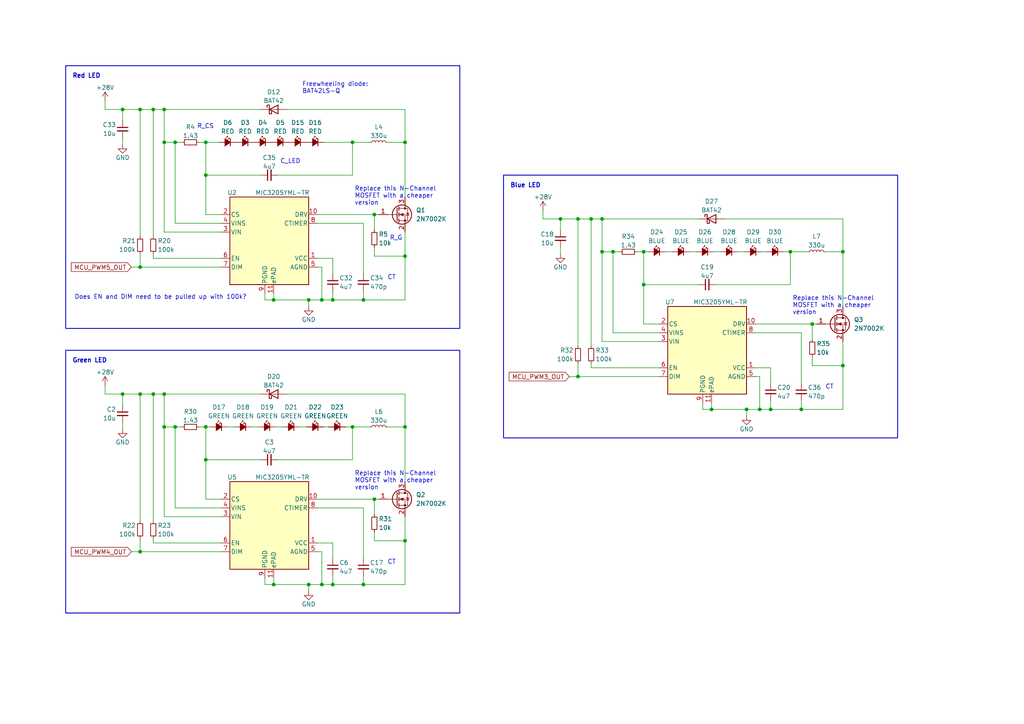
<source format=kicad_sch>
(kicad_sch (version 20230121) (generator eeschema)
  (paper "A4")
  (lib_symbols
    (symbol "Device:C_Small" (pin_numbers hide) (pin_names (offset 0.254) hide)
      (property "Reference" "C" (at 0.254 1.778 0))
      (property "Value" "C_Small" (at 0.254 -2.032 0))
      (symbol "C_Small_0_1"
        (polyline (pts (xy -1.524 -0.508) (xy 1.524 -0.508)) (stroke (width 0.3302)))
        (polyline (pts (xy -1.524 0.508) (xy 1.524 0.508)) (stroke (width 0.3048)))
      )
      (symbol "C_Small_1_1"
        (pin passive line (at 0 2.54 270) (length 2.032) (name "~") (number "1"))
        (pin passive line (at 0 -2.54 90) (length 2.032) (name "~") (number "2"))
      )
    )
    (symbol "Device:LED_Small_Filled" (pin_numbers hide) (pin_names (offset 0.254) hide)
      (property "Reference" "D" (at -1.27 3.175 0))
      (property "Value" "LED_Small_Filled" (at -4.445 -2.54 0))
      (symbol "LED_Small_Filled_0_1"
        (polyline (pts (xy -0.762 -1.016) (xy -0.762 1.016)) (stroke (width 0.254)))
        (polyline (pts (xy 1.016 0) (xy -0.762 0)))
        (polyline (pts (xy 0.762 -1.016) (xy -0.762 0) (xy 0.762 1.016) (xy 0.762 -1.016)) (stroke (width 0.254)) (fill (type outline)))
        (polyline (pts (xy 0 0.762) (xy -0.508 1.27) (xy -0.254 1.27) (xy -0.508 1.27) (xy -0.508 1.016)))
        (polyline (pts (xy 0.508 1.27) (xy 0 1.778) (xy 0.254 1.778) (xy 0 1.778) (xy 0 1.524)))
      )
      (symbol "LED_Small_Filled_1_1"
        (pin passive line (at -2.54 0 0) (length 1.778) (name "K") (number "1"))
        (pin passive line (at 2.54 0 180) (length 1.778) (name "A") (number "2"))
      )
    )
    (symbol "Device:L_Small" (pin_numbers hide) (pin_names (offset 0.254) hide)
      (property "Reference" "L" (at 0.762 1.016 0))
      (property "Value" "L_Small" (at 0.762 -1.016 0))
      (symbol "L_Small_0_1"
        (arc (start 0 -2.032) (mid 0.5058 -1.524) (end 0 -1.016))
        (arc (start 0 -1.016) (mid 0.5058 -0.508) (end 0 0))
        (arc (start 0 0) (mid 0.5058 0.508) (end 0 1.016))
        (arc (start 0 1.016) (mid 0.5058 1.524) (end 0 2.032))
      )
      (symbol "L_Small_1_1"
        (pin passive line (at 0 2.54 270) (length 0.508) (name "~") (number "1"))
        (pin passive line (at 0 -2.54 90) (length 0.508) (name "~") (number "2"))
      )
    )
    (symbol "Device:R_Small" (pin_numbers hide) (pin_names (offset 0.254) hide)
      (property "Reference" "R" (at 0.762 0.508 0))
      (property "Value" "R_Small" (at 0.762 -1.016 0))
      (symbol "R_Small_0_1"
        (rectangle (start -0.762 1.778) (end 0.762 -1.778) (stroke (width 0.2032)))
      )
      (symbol "R_Small_1_1"
        (pin passive line (at 0 2.54 270) (length 0.762) (name "~") (number "1"))
        (pin passive line (at 0 -2.54 90) (length 0.762) (name "~") (number "2"))
      )
    )
    (symbol "Diode:BAT42" (pin_numbers hide) (pin_names (offset 1.016) hide)
      (property "Reference" "D" (at 0 2.54 0))
      (property "Value" "BAT42" (at 0 -2.54 0))
      (symbol "BAT42_0_1"
        (polyline (pts (xy 1.27 0) (xy -1.27 0)))
        (polyline (pts (xy 1.27 1.27) (xy 1.27 -1.27) (xy -1.27 0) (xy 1.27 1.27)) (stroke (width 0.254)))
        (polyline (pts (xy -1.905 0.635) (xy -1.905 1.27) (xy -1.27 1.27) (xy -1.27 -1.27) (xy -0.635 -1.27) (xy -0.635 -0.635)) (stroke (width 0.254)))
      )
      (symbol "BAT42_1_1"
        (pin passive line (at -3.81 0 0) (length 2.54) (name "K") (number "1"))
        (pin passive line (at 3.81 0 180) (length 2.54) (name "A") (number "2"))
      )
    )
    (symbol "MIC3205YML-TR_1" (pin_names (offset 0.254))
      (property "Reference" "U" (at 0 16.51 0))
      (property "Value" "MIC3205YML-TR" (at 0 13.97 0))
      (symbol "MIC3205YML-TR_1_1_1"
        (rectangle (start -11.43 12.7) (end 11.43 -12.7) (stroke (width 0.254)) (fill (type background)))
        (pin power_in line (at 13.97 -5.08 180) (length 2.54) (name "VCC") (number "1"))
        (pin output line (at 13.97 7.62 180) (length 2.54) (name "DRV") (number "10"))
        (pin unspecified line (at 1.27 -15.24 90) (length 2.54) (name "ePAD") (number "11"))
        (pin input line (at -13.97 7.62 0) (length 2.54) (name "CS") (number "2"))
        (pin input line (at -13.97 2.54 0) (length 2.54) (name "VIN") (number "3"))
        (pin input line (at -13.97 5.08 0) (length 2.54) (name "VINS") (number "4"))
        (pin power_in line (at 13.97 -7.62 180) (length 2.54) (name "AGND") (number "5"))
        (pin input line (at -13.97 -5.08 0) (length 2.54) (name "EN") (number "6"))
        (pin input line (at -13.97 -7.62 0) (length 2.54) (name "DIM") (number "7"))
        (pin unspecified line (at 13.97 5.08 180) (length 2.54) (name "CTIMER") (number "8"))
        (pin power_in line (at -1.27 -15.24 90) (length 2.54) (name "PGND") (number "9"))
      )
    )
    (symbol "Transistor_FET:2N7002K" (pin_names hide)
      (property "Reference" "Q" (at 5.08 1.905 0))
      (property "Value" "2N7002K" (at 5.08 0 0))
      (symbol "2N7002K_0_1"
        (polyline (pts (xy 0.254 0) (xy -2.54 0)))
        (polyline (pts (xy 0.254 1.905) (xy 0.254 -1.905)) (stroke (width 0.254)))
        (polyline (pts (xy 0.762 -1.27) (xy 0.762 -2.286)) (stroke (width 0.254)))
        (polyline (pts (xy 0.762 0.508) (xy 0.762 -0.508)) (stroke (width 0.254)))
        (polyline (pts (xy 0.762 2.286) (xy 0.762 1.27)) (stroke (width 0.254)))
        (polyline (pts (xy 2.54 2.54) (xy 2.54 1.778)))
        (polyline (pts (xy 2.54 -2.54) (xy 2.54 0) (xy 0.762 0)))
        (polyline (pts (xy 0.762 -1.778) (xy 3.302 -1.778) (xy 3.302 1.778) (xy 0.762 1.778)))
        (polyline (pts (xy 1.016 0) (xy 2.032 0.381) (xy 2.032 -0.381) (xy 1.016 0)) (fill (type outline)))
        (polyline (pts (xy 2.794 0.508) (xy 2.921 0.381) (xy 3.683 0.381) (xy 3.81 0.254)))
        (polyline (pts (xy 3.302 0.381) (xy 2.921 -0.254) (xy 3.683 -0.254) (xy 3.302 0.381)))
        (circle (center 1.651 0) (radius 2.794) (stroke (width 0.254)))
        (circle (center 2.54 -1.778) (radius 0.254) (fill (type outline)))
        (circle (center 2.54 1.778) (radius 0.254) (fill (type outline)))
      )
      (symbol "2N7002K_1_1"
        (pin input line (at -5.08 0 0) (length 2.54) (name "G") (number "1"))
        (pin passive line (at 2.54 -5.08 90) (length 2.54) (name "S") (number "2"))
        (pin passive line (at 2.54 5.08 270) (length 2.54) (name "D") (number "3"))
      )
    )
    (symbol "power:+28V" (power) (pin_names (offset 0))
      (property "Value" "+28V" (at 0 3.81 0))
      (symbol "+28V_0_1"
        (polyline (pts (xy -0.762 1.27) (xy 0 2.54)))
        (polyline (pts (xy 0 0) (xy 0 2.54)))
        (polyline (pts (xy 0 2.54) (xy 0.762 1.27)))
      )
      (symbol "+28V_1_1"
        (pin power_in line (at 0 0 90) (length 0) hide (name "+28V") (number "1"))
      )
    )
    (symbol "power:GND" (power) (pin_names (offset 0))
      (property "Value" "GND" (at 0 -3.81 0))
      (symbol "GND_0_1"
        (polyline (pts (xy 0 0) (xy 0 -1.27) (xy 1.27 -1.27) (xy 0 -2.54) (xy -1.27 -1.27) (xy 0 -1.27)))
      )
      (symbol "GND_1_1"
        (pin power_in line (at 0 0 270) (length 0) hide (name "GND") (number "1"))
      )
    )
  )
  (junction (at 59.69 133.35))
  (junction (at 117.475 74.295))
  (junction (at 47.625 31.75))
  (junction (at 40.64 77.47))
  (junction (at 177.8 73.025))
  (junction (at 35.56 114.3))
  (junction (at 105.41 169.545))
  (junction (at 59.69 123.825))
  (junction (at 102.235 41.275))
  (junction (at 117.475 41.275))
  (junction (at 229.235 73.025))
  (junction (at 89.535 169.545))
  (junction (at 96.52 86.995))
  (junction (at 40.64 114.3))
  (junction (at 216.535 118.745))
  (junction (at 167.64 109.22))
  (junction (at 35.56 31.75))
  (junction (at 96.52 169.545))
  (junction (at 117.475 123.825))
  (junction (at 206.375 118.745))
  (junction (at 44.45 31.75))
  (junction (at 47.625 41.275))
  (junction (at 50.8 41.275))
  (junction (at 47.625 114.3))
  (junction (at 108.585 62.23))
  (junction (at 220.345 118.745))
  (junction (at 59.69 41.275))
  (junction (at 117.475 156.845))
  (junction (at 105.41 86.995))
  (junction (at 171.45 63.5))
  (junction (at 167.64 63.5))
  (junction (at 50.8 123.825))
  (junction (at 40.64 31.75))
  (junction (at 162.56 63.5))
  (junction (at 223.52 118.745))
  (junction (at 232.41 118.745))
  (junction (at 44.45 114.3))
  (junction (at 79.375 86.995))
  (junction (at 186.69 73.025))
  (junction (at 102.235 123.825))
  (junction (at 47.625 123.825))
  (junction (at 59.69 50.8))
  (junction (at 174.625 73.025))
  (junction (at 79.375 169.545))
  (junction (at 40.64 160.02))
  (junction (at 108.585 144.78))
  (junction (at 235.585 93.98))
  (junction (at 89.535 86.995))
  (junction (at 174.625 63.5))
  (junction (at 186.69 82.55))
  (junction (at 93.345 86.995))
  (junction (at 93.345 169.545))
  (junction (at 244.475 73.025))
  (junction (at 244.475 106.045))
  (wire (pts (xy 50.8 147.32) (xy 64.135 147.32)))
  (wire (pts (xy 92.075 144.78) (xy 108.585 144.78)))
  (wire (pts (xy 50.8 41.275) (xy 50.8 64.77)))
  (wire (pts (xy 38.1 77.47) (xy 40.64 77.47)))
  (wire (pts (xy 44.45 74.93) (xy 64.135 74.93)))
  (wire (pts (xy 117.475 67.31) (xy 117.475 74.295)))
  (wire (pts (xy 59.69 41.275) (xy 59.69 50.8)))
  (wire (pts (xy 93.345 77.47) (xy 93.345 86.995)))
  (wire (pts (xy 162.56 63.5) (xy 162.56 66.675)))
  (wire (pts (xy 44.45 74.93) (xy 44.45 73.66)))
  (wire (pts (xy 96.52 84.455) (xy 96.52 86.995)))
  (wire (pts (xy 79.375 169.545) (xy 89.535 169.545)))
  (wire (pts (xy 35.56 40.005) (xy 35.56 41.91)))
  (wire (pts (xy 244.475 106.045) (xy 244.475 118.745)))
  (wire (pts (xy 220.98 73.025) (xy 222.25 73.025)))
  (wire (pts (xy 93.345 160.02) (xy 93.345 169.545)))
  (wire (pts (xy 174.625 63.5) (xy 202.565 63.5)))
  (wire (pts (xy 47.625 114.3) (xy 47.625 123.825)))
  (wire (pts (xy 92.075 64.77) (xy 105.41 64.77)))
  (wire (pts (xy 76.835 85.09) (xy 76.835 86.995)))
  (wire (pts (xy 40.64 31.75) (xy 40.64 68.58)))
  (wire (pts (xy 220.345 118.745) (xy 223.52 118.745)))
  (wire (pts (xy 30.48 114.3) (xy 35.56 114.3)))
  (wire (pts (xy 59.69 41.275) (xy 63.5 41.275)))
  (wire (pts (xy 79.375 85.09) (xy 79.375 86.995)))
  (wire (pts (xy 165.1 109.22) (xy 167.64 109.22)))
  (wire (pts (xy 67.945 123.825) (xy 66.04 123.825)))
  (wire (pts (xy 44.45 157.48) (xy 44.45 156.21)))
  (wire (pts (xy 108.585 66.675) (xy 108.585 62.23)))
  (wire (pts (xy 177.8 96.52) (xy 191.135 96.52)))
  (wire (pts (xy 92.075 62.23) (xy 108.585 62.23)))
  (wire (pts (xy 167.64 63.5) (xy 167.64 100.33)))
  (wire (pts (xy 47.625 41.275) (xy 47.625 67.31)))
  (wire (pts (xy 177.8 73.025) (xy 179.705 73.025)))
  (wire (pts (xy 59.69 123.825) (xy 59.69 133.35)))
  (wire (pts (xy 59.69 123.825) (xy 60.96 123.825)))
  (wire (pts (xy 44.45 157.48) (xy 64.135 157.48)))
  (wire (pts (xy 235.585 106.045) (xy 244.475 106.045)))
  (wire (pts (xy 220.345 109.22) (xy 220.345 118.745)))
  (wire (pts (xy 108.585 156.845) (xy 117.475 156.845)))
  (wire (pts (xy 167.64 109.22) (xy 191.135 109.22)))
  (wire (pts (xy 229.235 82.55) (xy 229.235 73.025)))
  (wire (pts (xy 64.135 67.31) (xy 47.625 67.31)))
  (wire (pts (xy 83.185 114.3) (xy 117.475 114.3)))
  (wire (pts (xy 117.475 114.3) (xy 117.475 123.825)))
  (wire (pts (xy 76.835 86.995) (xy 79.375 86.995)))
  (wire (pts (xy 186.69 82.55) (xy 202.565 82.55)))
  (wire (pts (xy 105.41 169.545) (xy 105.41 167.005)))
  (wire (pts (xy 102.235 123.825) (xy 107.315 123.825)))
  (wire (pts (xy 93.98 41.275) (xy 102.235 41.275)))
  (wire (pts (xy 44.45 31.75) (xy 44.45 68.58)))
  (wire (pts (xy 108.585 74.295) (xy 117.475 74.295)))
  (wire (pts (xy 244.475 88.9) (xy 244.475 73.025)))
  (wire (pts (xy 219.075 106.68) (xy 223.52 106.68)))
  (wire (pts (xy 223.52 118.745) (xy 232.41 118.745)))
  (wire (pts (xy 171.45 63.5) (xy 171.45 100.33)))
  (wire (pts (xy 50.8 123.825) (xy 52.705 123.825)))
  (wire (pts (xy 112.395 123.825) (xy 117.475 123.825)))
  (wire (pts (xy 40.64 31.75) (xy 44.45 31.75)))
  (wire (pts (xy 216.535 118.745) (xy 220.345 118.745)))
  (wire (pts (xy 96.52 167.005) (xy 96.52 169.545)))
  (wire (pts (xy 219.075 93.98) (xy 235.585 93.98)))
  (wire (pts (xy 92.075 147.32) (xy 105.41 147.32)))
  (wire (pts (xy 50.8 64.77) (xy 64.135 64.77)))
  (wire (pts (xy 35.56 114.3) (xy 35.56 117.475)))
  (wire (pts (xy 57.785 123.825) (xy 59.69 123.825)))
  (wire (pts (xy 38.1 160.02) (xy 40.64 160.02)))
  (wire (pts (xy 117.475 57.15) (xy 117.475 41.275)))
  (wire (pts (xy 30.48 111.76) (xy 30.48 114.3)))
  (wire (pts (xy 194.945 73.025) (xy 193.04 73.025)))
  (wire (pts (xy 59.69 144.78) (xy 64.135 144.78)))
  (wire (pts (xy 40.64 114.3) (xy 40.64 151.13)))
  (wire (pts (xy 93.98 123.825) (xy 95.25 123.825)))
  (wire (pts (xy 157.48 63.5) (xy 162.56 63.5)))
  (wire (pts (xy 167.64 63.5) (xy 171.45 63.5)))
  (wire (pts (xy 47.625 31.75) (xy 75.565 31.75)))
  (wire (pts (xy 186.69 93.98) (xy 191.135 93.98)))
  (wire (pts (xy 50.8 41.275) (xy 52.705 41.275)))
  (wire (pts (xy 30.48 29.21) (xy 30.48 31.75)))
  (wire (pts (xy 96.52 79.375) (xy 96.52 74.93)))
  (wire (pts (xy 89.535 86.995) (xy 93.345 86.995)))
  (wire (pts (xy 232.41 118.745) (xy 232.41 116.205)))
  (wire (pts (xy 171.45 106.68) (xy 191.135 106.68)))
  (wire (pts (xy 117.475 139.7) (xy 117.475 123.825)))
  (wire (pts (xy 108.585 62.23) (xy 109.855 62.23)))
  (wire (pts (xy 44.45 114.3) (xy 44.45 151.13)))
  (wire (pts (xy 174.625 73.025) (xy 174.625 99.06)))
  (wire (pts (xy 47.625 114.3) (xy 75.565 114.3)))
  (wire (pts (xy 186.69 82.55) (xy 186.69 93.98)))
  (wire (pts (xy 219.075 109.22) (xy 220.345 109.22)))
  (wire (pts (xy 191.135 99.06) (xy 174.625 99.06)))
  (wire (pts (xy 40.64 114.3) (xy 44.45 114.3)))
  (wire (pts (xy 92.075 157.48) (xy 96.52 157.48)))
  (wire (pts (xy 174.625 73.025) (xy 177.8 73.025)))
  (wire (pts (xy 177.8 73.025) (xy 177.8 96.52)))
  (wire (pts (xy 167.64 105.41) (xy 167.64 109.22)))
  (wire (pts (xy 117.475 31.75) (xy 117.475 41.275)))
  (wire (pts (xy 206.375 118.745) (xy 216.535 118.745)))
  (wire (pts (xy 117.475 169.545) (xy 105.41 169.545)))
  (wire (pts (xy 229.235 73.025) (xy 234.315 73.025)))
  (wire (pts (xy 227.33 73.025) (xy 229.235 73.025)))
  (wire (pts (xy 219.075 96.52) (xy 232.41 96.52)))
  (wire (pts (xy 96.52 169.545) (xy 105.41 169.545)))
  (wire (pts (xy 244.475 99.06) (xy 244.475 106.045)))
  (wire (pts (xy 174.625 63.5) (xy 174.625 73.025)))
  (wire (pts (xy 184.785 73.025) (xy 186.69 73.025)))
  (wire (pts (xy 108.585 154.305) (xy 108.585 156.845)))
  (wire (pts (xy 210.185 63.5) (xy 244.475 63.5)))
  (wire (pts (xy 74.93 123.825) (xy 73.025 123.825)))
  (wire (pts (xy 206.375 116.84) (xy 206.375 118.745)))
  (wire (pts (xy 64.135 149.86) (xy 47.625 149.86)))
  (wire (pts (xy 171.45 106.68) (xy 171.45 105.41)))
  (wire (pts (xy 102.235 50.8) (xy 102.235 41.275)))
  (wire (pts (xy 89.535 86.995) (xy 89.535 88.9)))
  (wire (pts (xy 105.41 147.32) (xy 105.41 161.925)))
  (wire (pts (xy 102.235 133.35) (xy 102.235 123.825)))
  (wire (pts (xy 89.535 169.545) (xy 93.345 169.545)))
  (wire (pts (xy 216.535 118.745) (xy 216.535 120.65)))
  (wire (pts (xy 59.69 133.35) (xy 59.69 144.78)))
  (wire (pts (xy 244.475 63.5) (xy 244.475 73.025)))
  (wire (pts (xy 47.625 123.825) (xy 50.8 123.825)))
  (wire (pts (xy 76.835 169.545) (xy 79.375 169.545)))
  (wire (pts (xy 44.45 31.75) (xy 47.625 31.75)))
  (wire (pts (xy 83.185 31.75) (xy 117.475 31.75)))
  (wire (pts (xy 80.645 133.35) (xy 102.235 133.35)))
  (wire (pts (xy 76.835 167.64) (xy 76.835 169.545)))
  (wire (pts (xy 117.475 156.845) (xy 117.475 169.545)))
  (wire (pts (xy 235.585 98.425) (xy 235.585 93.98)))
  (wire (pts (xy 35.56 122.555) (xy 35.56 124.46)))
  (wire (pts (xy 47.625 31.75) (xy 47.625 41.275)))
  (wire (pts (xy 59.69 50.8) (xy 59.69 62.23)))
  (wire (pts (xy 186.69 73.025) (xy 187.96 73.025)))
  (wire (pts (xy 244.475 118.745) (xy 232.41 118.745)))
  (wire (pts (xy 92.075 77.47) (xy 93.345 77.47)))
  (wire (pts (xy 44.45 114.3) (xy 47.625 114.3)))
  (wire (pts (xy 40.64 73.66) (xy 40.64 77.47)))
  (wire (pts (xy 92.075 160.02) (xy 93.345 160.02)))
  (wire (pts (xy 108.585 71.755) (xy 108.585 74.295)))
  (wire (pts (xy 203.835 116.84) (xy 203.835 118.745)))
  (wire (pts (xy 35.56 31.75) (xy 40.64 31.75)))
  (wire (pts (xy 40.64 156.21) (xy 40.64 160.02)))
  (wire (pts (xy 93.345 169.545) (xy 96.52 169.545)))
  (wire (pts (xy 171.45 63.5) (xy 174.625 63.5)))
  (wire (pts (xy 89.535 169.545) (xy 89.535 171.45)))
  (wire (pts (xy 47.625 123.825) (xy 47.625 149.86)))
  (wire (pts (xy 108.585 149.225) (xy 108.585 144.78)))
  (wire (pts (xy 80.645 50.8) (xy 102.235 50.8)))
  (wire (pts (xy 59.69 62.23) (xy 64.135 62.23)))
  (wire (pts (xy 239.395 73.025) (xy 244.475 73.025)))
  (wire (pts (xy 50.8 123.825) (xy 50.8 147.32)))
  (wire (pts (xy 186.69 73.025) (xy 186.69 82.55)))
  (wire (pts (xy 88.9 123.825) (xy 86.995 123.825)))
  (wire (pts (xy 105.41 64.77) (xy 105.41 79.375)))
  (wire (pts (xy 232.41 96.52) (xy 232.41 111.125)))
  (wire (pts (xy 35.56 31.75) (xy 35.56 34.925)))
  (wire (pts (xy 108.585 144.78) (xy 109.855 144.78)))
  (wire (pts (xy 35.56 114.3) (xy 40.64 114.3)))
  (wire (pts (xy 215.9 73.025) (xy 213.995 73.025)))
  (wire (pts (xy 208.915 73.025) (xy 207.01 73.025)))
  (wire (pts (xy 203.835 118.745) (xy 206.375 118.745)))
  (wire (pts (xy 93.345 86.995) (xy 96.52 86.995)))
  (wire (pts (xy 117.475 74.295) (xy 117.475 86.995)))
  (wire (pts (xy 79.375 86.995) (xy 89.535 86.995)))
  (wire (pts (xy 81.915 123.825) (xy 80.01 123.825)))
  (wire (pts (xy 223.52 111.125) (xy 223.52 106.68)))
  (wire (pts (xy 235.585 103.505) (xy 235.585 106.045)))
  (wire (pts (xy 105.41 86.995) (xy 105.41 84.455)))
  (wire (pts (xy 157.48 60.96) (xy 157.48 63.5)))
  (wire (pts (xy 223.52 116.205) (xy 223.52 118.745)))
  (wire (pts (xy 40.64 77.47) (xy 64.135 77.47)))
  (wire (pts (xy 207.645 82.55) (xy 229.235 82.55)))
  (wire (pts (xy 47.625 41.275) (xy 50.8 41.275)))
  (wire (pts (xy 235.585 93.98) (xy 236.855 93.98)))
  (wire (pts (xy 102.235 41.275) (xy 107.315 41.275)))
  (wire (pts (xy 96.52 161.925) (xy 96.52 157.48)))
  (wire (pts (xy 117.475 149.86) (xy 117.475 156.845)))
  (wire (pts (xy 30.48 31.75) (xy 35.56 31.75)))
  (wire (pts (xy 162.56 63.5) (xy 167.64 63.5)))
  (wire (pts (xy 92.075 74.93) (xy 96.52 74.93)))
  (wire (pts (xy 162.56 71.755) (xy 162.56 73.66)))
  (wire (pts (xy 59.69 133.35) (xy 75.565 133.35)))
  (wire (pts (xy 79.375 167.64) (xy 79.375 169.545)))
  (wire (pts (xy 96.52 86.995) (xy 105.41 86.995)))
  (wire (pts (xy 100.33 123.825) (xy 102.235 123.825)))
  (wire (pts (xy 57.785 41.275) (xy 59.69 41.275)))
  (wire (pts (xy 112.395 41.275) (xy 117.475 41.275)))
  (wire (pts (xy 40.64 160.02) (xy 64.135 160.02)))
  (wire (pts (xy 117.475 86.995) (xy 105.41 86.995)))
  (wire (pts (xy 201.93 73.025) (xy 200.025 73.025)))
  (wire (pts (xy 59.69 50.8) (xy 75.565 50.8)))
  (rectangle (start 19.05 101.6) (end 133.35 177.8) (stroke (width 0.254)))
  (rectangle (start 19.05 19.05) (end 133.35 95.25) (stroke (width 0.254)))
  (rectangle (start 146.05 50.8) (end 260.35 127) (stroke (width 0.254)))
  (text "Replace this N-Channel\nMOSFET with a cheaper\nversion" (at 102.87 59.69 0) (effects (font (size 1.27 1.27)) (justify left bottom)))
  (text "Red LED" (at 20.955 22.86 0) (effects (font (size 1.27 1.27) (thickness 0.254) bold) (justify left bottom)))
  (text "CT" (at 112.395 81.28 0) (effects (font (size 1.27 1.27)) (justify left bottom)))
  (text "Freewheeling diode:\nBAT42LS-Q" (at 87.63 27.305 0) (effects (font (size 1.27 1.27)) (justify left bottom)))
  (text "Blue LED" (at 147.955 54.61 0) (effects (font (size 1.27 1.27) (thickness 0.254) bold) (justify left bottom)))
  (text "Replace this N-Channel\nMOSFET with a cheaper\nversion" (at 102.87 142.24 0) (effects (font (size 1.27 1.27)) (justify left bottom)))
  (text "Replace this N-Channel\nMOSFET with a cheaper\nversion" (at 229.87 91.44 0) (effects (font (size 1.27 1.27)) (justify left bottom)))
  (text "Does EN and DIM need to be pulled up with 100k?" (at 21.59 86.995 0) (effects (font (size 1.27 1.27)) (justify left bottom)))
  (text "Green LED" (at 20.955 105.41 0) (effects (font (size 1.27 1.27) (thickness 0.254) bold) (justify left bottom)))
  (text "R_G" (at 113.03 69.85 0) (effects (font (size 1.27 1.27)) (justify left bottom)))
  (text "R_CS" (at 57.15 37.465 0) (effects (font (size 1.27 1.27)) (justify left bottom)))
  (text "C_LED" (at 81.28 47.625 0) (effects (font (size 1.27 1.27)) (justify left bottom)))
  (text "CT" (at 112.395 163.83 0) (effects (font (size 1.27 1.27)) (justify left bottom)))
  (text "CT" (at 239.395 113.03 0) (effects (font (size 1.27 1.27)) (justify left bottom)))
  (global_label "MCU_PWM3_OUT" (shape input) (at 165.1 109.22 180) (property "Intersheetrefs" "${INTERSHEET_REFS}" (effects hide)))
  (global_label "MCU_PWM4_OUT" (shape input) (at 38.1 160.02 180) (property "Intersheetrefs" "${INTERSHEET_REFS}" (effects hide)))
  (global_label "MCU_PWM5_OUT" (shape input) (at 38.1 77.47 180) (property "Intersheetrefs" "${INTERSHEET_REFS}" (effects hide)))
  (symbol (lib_id "Device:R_Small") (at 40.64 71.12 0) (unit 1)
    (property "Reference" "R21" (at 39.37 69.85 0) (effects (justify right)))
    (property "Value" "100k" (at 39.37 72.39 0) (effects (justify right)))
    (instances (project "LED-driver-kicad" (path "" (reference "R21") (unit 1)) (path "" (reference "R36") (unit 1))))
  )
  (symbol (lib_id "Device:R_Small") (at 44.45 153.67 0) (mirror y) (unit 1)
    (property "Reference" "R23" (at 45.72 152.4 0) (effects (justify right)))
    (property "Value" "100k" (at 45.72 154.94 0) (effects (justify right)))
    (instances (project "LED-driver-kicad" (path "" (reference "R23") (unit 1)) (path "" (reference "R39") (unit 1))))
  )
  (symbol (lib_id "Device:R_Small") (at 108.585 69.215 0) (unit 1)
    (property "Reference" "R5" (at 109.855 67.945 0) (effects (justify left)))
    (property "Value" "10k" (at 109.855 70.485 0) (effects (justify left)))
    (instances (project "LED-driver-kicad" (path "" (reference "R5") (unit 1)) (path "" (reference "R42") (unit 1))))
  )
  (symbol (lib_id "Device:C_Small") (at 96.52 81.915 0) (unit 1)
    (property "Reference" "C32" (at 98.425 80.645 0) (effects (justify left)))
    (property "Value" "4u7" (at 98.425 83.185 0) (effects (justify left)))
    (instances (project "LED-driver-kicad" (path "" (reference "C32") (unit 1)) (path "" (reference "C41") (unit 1))))
  )
  (symbol (lib_id "Device:C_Small") (at 105.41 81.915 0) (unit 1)
    (property "Reference" "C34" (at 107.315 80.645 0) (effects (justify left)))
    (property "Value" "470p" (at 107.315 83.185 0) (effects (justify left)))
    (instances (project "LED-driver-kicad" (path "" (reference "C34") (unit 1)) (path "" (reference "C43") (unit 1))))
  )
  (symbol (lib_id "Device:R_Small") (at 55.245 41.275 90) (unit 1)
    (property "Reference" "R4" (at 55.245 36.83 90))
    (property "Value" "1.43" (at 55.245 39.37 90))
    (instances (project "LED-driver-kicad" (path "" (reference "R4") (unit 1)) (path "" (reference "R40") (unit 1))))
  )
  (symbol (lib_id "Device:C_Small") (at 35.56 120.015 0) (mirror y) (unit 1)
    (property "Reference" "C2" (at 33.655 118.745 0) (effects (justify left)))
    (property "Value" "10u" (at 33.655 121.285 0) (effects (justify left)))
    (instances (project "LED-driver-kicad" (path "" (reference "C2") (unit 1)) (path "" (reference "C38") (unit 1))))
  )
  (symbol (lib_name "MIC3205YML-TR_1") (lib_id "Driver_LED_Microchip_MIC3205YML-TR:MIC3205YML-TR") (at 205.105 101.6 0) (unit 1)
    (property "Reference" "U7" (at 194.31 87.63 0))
    (property "Value" "MIC3205YML-TR" (at 208.915 87.63 0))
    (property "Footprint" "Mahabeer-Package_DFN_QFN:MLF-10_ML_MCH-Driver_LED_Microchip_MIC3205YML-TR" (effects hide))
    (property "Datasheet" "https://ww1.microchip.com/downloads/en/DeviceDoc/MIC3205.pdf" (effects hide))
    (instances (project "LED-driver-kicad" (path "" (reference "U7") (unit 1)) (path "" (reference "U12") (unit 1))))
  )
  (symbol (lib_id "Transistor_FET:2N7002K") (at 241.935 93.98 0) (unit 1)
    (property "Reference" "Q3" (at 247.65 92.71 0) (effects (justify left)))
    (property "Value" "2N7002K" (at 247.65 95.25 0) (effects (justify left)))
    (property "Footprint" "Package_TO_SOT_SMD:SOT-23" (effects hide))
    (property "Datasheet" "https://www.diodes.com/assets/Datasheets/ds30896.pdf" (effects hide))
    (instances (project "LED-driver-kicad" (path "" (reference "Q3") (unit 1)) (path "" (reference "Q6") (unit 1))))
  )
  (symbol (lib_id "Device:LED_Small_Filled") (at 211.455 73.025 0) (mirror y) (unit 1)
    (property "Reference" "D28" (at 211.455 67.31 0))
    (property "Value" "BLUE" (at 211.455 69.85 0))
    (instances (project "LED-driver-kicad" (path "" (reference "D28") (unit 1)) (path "" (reference "D49") (unit 1))))
  )
  (symbol (lib_id "Device:L_Small") (at 109.855 41.275 90) (unit 1)
    (property "Reference" "L4" (at 109.855 36.83 90))
    (property "Value" "330u" (at 109.855 39.37 90))
    (instances (project "LED-driver-kicad" (path "" (reference "L4") (unit 1)) (path "" (reference "L8") (unit 1))))
  )
  (symbol (lib_id "Device:C_Small") (at 78.105 133.35 90) (unit 1)
    (property "Reference" "C3" (at 78.105 128.27 90))
    (property "Value" "4u7" (at 78.105 130.81 90))
    (instances (project "LED-driver-kicad" (path "" (reference "C3") (unit 1)) (path "" (reference "C40") (unit 1))))
  )
  (symbol (lib_id "Diode:BAT42") (at 206.375 63.5 0) (unit 1)
    (property "Reference" "D27" (at 206.375 58.42 0))
    (property "Value" "BAT42" (at 206.375 60.96 0))
    (property "Footprint" "Diode_THT:D_DO-35_SOD27_P7.62mm_Horizontal" (effects hide))
    (property "Datasheet" "http://www.vishay.com/docs/85660/bat42.pdf" (effects hide))
    (instances (project "LED-driver-kicad" (path "" (reference "D27") (unit 1)) (path "" (reference "D48") (unit 1))))
  )
  (symbol (lib_id "Device:R_Small") (at 40.64 153.67 0) (unit 1)
    (property "Reference" "R22" (at 39.37 152.4 0) (effects (justify right)))
    (property "Value" "100k" (at 39.37 154.94 0) (effects (justify right)))
    (instances (project "LED-driver-kicad" (path "" (reference "R22") (unit 1)) (path "" (reference "R37") (unit 1))))
  )
  (symbol (lib_id "Device:C_Small") (at 96.52 164.465 0) (unit 1)
    (property "Reference" "C6" (at 98.425 163.195 0) (effects (justify left)))
    (property "Value" "4u7" (at 98.425 165.735 0) (effects (justify left)))
    (instances (project "LED-driver-kicad" (path "" (reference "C6") (unit 1)) (path "" (reference "C42") (unit 1))))
  )
  (symbol (lib_id "power:GND") (at 162.56 73.66 0) (unit 1)
    (property "Reference" "#PWR051" (effects hide))
    (property "Value" "GND" (at 162.56 77.47 0))
    (instances (project "LED-driver-kicad" (path "" (reference "#PWR051") (unit 1)) (path "" (reference "#PWR060") (unit 1))))
  )
  (symbol (lib_id "power:GND") (at 89.535 171.45 0) (unit 1)
    (property "Reference" "#PWR043" (effects hide))
    (property "Value" "GND" (at 89.535 175.26 0))
    (instances (project "LED-driver-kicad" (path "" (reference "#PWR043") (unit 1)) (path "" (reference "#PWR058") (unit 1))))
  )
  (symbol (lib_id "Diode:BAT42") (at 79.375 31.75 0) (unit 1)
    (property "Reference" "D12" (at 79.375 26.67 0))
    (property "Value" "BAT42" (at 79.375 29.21 0))
    (property "Footprint" "Diode_THT:D_DO-35_SOD27_P7.62mm_Horizontal" (effects hide))
    (property "Datasheet" "http://www.vishay.com/docs/85660/bat42.pdf" (effects hide))
    (instances (project "LED-driver-kicad" (path "" (reference "D12") (unit 1)) (path "" (reference "D37") (unit 1))))
  )
  (symbol (lib_id "Device:R_Small") (at 182.245 73.025 90) (unit 1)
    (property "Reference" "R34" (at 182.245 68.58 90))
    (property "Value" "1.43" (at 182.245 71.12 90))
    (instances (project "LED-driver-kicad" (path "" (reference "R34") (unit 1)) (path "" (reference "R46") (unit 1))))
  )
  (symbol (lib_name "MIC3205YML-TR_1") (lib_id "Driver_LED_Microchip_MIC3205YML-TR:MIC3205YML-TR") (at 78.105 152.4 0) (unit 1)
    (property "Reference" "U5" (at 67.31 138.43 0))
    (property "Value" "MIC3205YML-TR" (at 81.915 138.43 0))
    (property "Footprint" "Mahabeer-Package_DFN_QFN:MLF-10_ML_MCH-Driver_LED_Microchip_MIC3205YML-TR" (effects hide))
    (property "Datasheet" "https://ww1.microchip.com/downloads/en/DeviceDoc/MIC3205.pdf" (effects hide))
    (instances (project "LED-driver-kicad" (path "" (reference "U5") (unit 1)) (path "" (reference "U11") (unit 1))))
  )
  (symbol (lib_id "Device:R_Small") (at 108.585 151.765 0) (unit 1)
    (property "Reference" "R31" (at 109.855 150.495 0) (effects (justify left)))
    (property "Value" "10k" (at 109.855 153.035 0) (effects (justify left)))
    (instances (project "LED-driver-kicad" (path "" (reference "R31") (unit 1)) (path "" (reference "R43") (unit 1))))
  )
  (symbol (lib_id "Diode:BAT42") (at 79.375 114.3 0) (unit 1)
    (property "Reference" "D20" (at 79.375 109.22 0))
    (property "Value" "BAT42" (at 79.375 111.76 0))
    (property "Footprint" "Diode_THT:D_DO-35_SOD27_P7.62mm_Horizontal" (effects hide))
    (property "Datasheet" "http://www.vishay.com/docs/85660/bat42.pdf" (effects hide))
    (instances (project "LED-driver-kicad" (path "" (reference "D20") (unit 1)) (path "" (reference "D38") (unit 1))))
  )
  (symbol (lib_id "Device:LED_Small_Filled") (at 218.44 73.025 0) (mirror y) (unit 1)
    (property "Reference" "D29" (at 218.44 67.31 0))
    (property "Value" "BLUE" (at 218.44 69.85 0))
    (instances (project "LED-driver-kicad" (path "" (reference "D29") (unit 1)) (path "" (reference "D50") (unit 1))))
  )
  (symbol (lib_id "Device:LED_Small_Filled") (at 70.485 123.825 0) (mirror y) (unit 1)
    (property "Reference" "D18" (at 70.485 118.11 0))
    (property "Value" "GREEN" (at 70.485 120.65 0))
    (instances (project "LED-driver-kicad" (path "" (reference "D18") (unit 1)) (path "" (reference "D33") (unit 1))))
  )
  (symbol (lib_id "power:GND") (at 35.56 41.91 0) (unit 1)
    (property "Reference" "#PWR042" (effects hide))
    (property "Value" "GND" (at 35.56 45.72 0))
    (instances (project "LED-driver-kicad" (path "" (reference "#PWR042") (unit 1)) (path "" (reference "#PWR055") (unit 1))))
  )
  (symbol (lib_id "Device:R_Small") (at 171.45 102.87 0) (mirror y) (unit 1)
    (property "Reference" "R33" (at 172.72 101.6 0) (effects (justify right)))
    (property "Value" "100k" (at 172.72 104.14 0) (effects (justify right)))
    (instances (project "LED-driver-kicad" (path "" (reference "R33") (unit 1)) (path "" (reference "R45") (unit 1))))
  )
  (symbol (lib_id "Device:LED_Small_Filled") (at 86.36 41.275 0) (mirror y) (unit 1)
    (property "Reference" "D15" (at 86.36 35.56 0))
    (property "Value" "RED" (at 86.36 38.1 0))
    (instances (project "LED-driver-kicad" (path "" (reference "D15") (unit 1)) (path "" (reference "D41") (unit 1))))
  )
  (symbol (lib_id "Transistor_FET:2N7002K") (at 114.935 144.78 0) (unit 1)
    (property "Reference" "Q2" (at 120.65 143.51 0) (effects (justify left)))
    (property "Value" "2N7002K" (at 120.65 146.05 0) (effects (justify left)))
    (property "Footprint" "Package_TO_SOT_SMD:SOT-23" (effects hide))
    (property "Datasheet" "https://www.diodes.com/assets/Datasheets/ds30896.pdf" (effects hide))
    (instances (project "LED-driver-kicad" (path "" (reference "Q2") (unit 1)) (path "" (reference "Q5") (unit 1))))
  )
  (symbol (lib_id "Device:R_Small") (at 167.64 102.87 0) (unit 1)
    (property "Reference" "R32" (at 166.37 101.6 0) (effects (justify right)))
    (property "Value" "100k" (at 166.37 104.14 0) (effects (justify right)))
    (instances (project "LED-driver-kicad" (path "" (reference "R32") (unit 1)) (path "" (reference "R44") (unit 1))))
  )
  (symbol (lib_id "power:GND") (at 35.56 124.46 0) (unit 1)
    (property "Reference" "#PWR041" (effects hide))
    (property "Value" "GND" (at 35.56 128.27 0))
    (instances (project "LED-driver-kicad" (path "" (reference "#PWR041") (unit 1)) (path "" (reference "#PWR056") (unit 1))))
  )
  (symbol (lib_id "Device:LED_Small_Filled") (at 76.2 41.275 0) (mirror y) (unit 1)
    (property "Reference" "D4" (at 76.2 35.56 0))
    (property "Value" "RED" (at 76.2 38.1 0))
    (instances (project "LED-driver-kicad" (path "" (reference "D4") (unit 1)) (path "" (reference "D35") (unit 1))))
  )
  (symbol (lib_id "Device:C_Small") (at 205.105 82.55 90) (unit 1)
    (property "Reference" "C19" (at 205.105 77.47 90))
    (property "Value" "4u7" (at 205.105 80.01 90))
    (instances (project "LED-driver-kicad" (path "" (reference "C19") (unit 1)) (path "" (reference "C46") (unit 1))))
  )
  (symbol (lib_id "Device:LED_Small_Filled") (at 224.79 73.025 0) (mirror y) (unit 1)
    (property "Reference" "D30" (at 224.79 67.31 0))
    (property "Value" "BLUE" (at 224.79 69.85 0))
    (instances (project "LED-driver-kicad" (path "" (reference "D30") (unit 1)) (path "" (reference "D51") (unit 1))))
  )
  (symbol (lib_id "Device:LED_Small_Filled") (at 66.04 41.275 0) (mirror y) (unit 1)
    (property "Reference" "D6" (at 66.04 35.56 0))
    (property "Value" "RED" (at 66.04 38.1 0))
    (instances (project "LED-driver-kicad" (path "" (reference "D6") (unit 1)) (path "" (reference "D32") (unit 1))))
  )
  (symbol (lib_id "Device:LED_Small_Filled") (at 84.455 123.825 0) (mirror y) (unit 1)
    (property "Reference" "D21" (at 84.455 118.11 0))
    (property "Value" "GREEN" (at 84.455 120.65 0))
    (instances (project "LED-driver-kicad" (path "" (reference "D21") (unit 1)) (path "" (reference "D40") (unit 1))))
  )
  (symbol (lib_name "MIC3205YML-TR_1") (lib_id "Driver_LED_Microchip_MIC3205YML-TR:MIC3205YML-TR") (at 78.105 69.85 0) (unit 1)
    (property "Reference" "U2" (at 67.31 55.88 0))
    (property "Value" "MIC3205YML-TR" (at 81.915 55.88 0))
    (property "Footprint" "Mahabeer-Package_DFN_QFN:MLF-10_ML_MCH-Driver_LED_Microchip_MIC3205YML-TR" (effects hide))
    (property "Datasheet" "https://ww1.microchip.com/downloads/en/DeviceDoc/MIC3205.pdf" (effects hide))
    (instances (project "LED-driver-kicad" (path "" (reference "U2") (unit 1)) (path "" (reference "U10") (unit 1))))
  )
  (symbol (lib_id "Device:C_Small") (at 162.56 69.215 0) (mirror y) (unit 1)
    (property "Reference" "C18" (at 160.655 67.945 0) (effects (justify left)))
    (property "Value" "10u" (at 160.655 70.485 0) (effects (justify left)))
    (instances (project "LED-driver-kicad" (path "" (reference "C18") (unit 1)) (path "" (reference "C45") (unit 1))))
  )
  (symbol (lib_id "power:GND") (at 89.535 88.9 0) (unit 1)
    (property "Reference" "#PWR044" (effects hide))
    (property "Value" "GND" (at 89.535 92.71 0))
    (instances (project "LED-driver-kicad" (path "" (reference "#PWR044") (unit 1)) (path "" (reference "#PWR057") (unit 1))))
  )
  (symbol (lib_id "Device:LED_Small_Filled") (at 91.44 41.275 0) (mirror y) (unit 1)
    (property "Reference" "D16" (at 91.44 35.56 0))
    (property "Value" "RED" (at 91.44 38.1 0))
    (instances (project "LED-driver-kicad" (path "" (reference "D16") (unit 1)) (path "" (reference "D42") (unit 1))))
  )
  (symbol (lib_id "power:+28V") (at 30.48 29.21 0) (unit 1)
    (property "Reference" "#PWR03" (effects hide))
    (property "Value" "+28V" (at 30.48 25.4 0))
    (instances (project "LED-driver-kicad" (path "" (reference "#PWR03") (unit 1)) (path "" (reference "#PWR053") (unit 1))))
  )
  (symbol (lib_id "power:+28V") (at 157.48 60.96 0) (unit 1)
    (property "Reference" "#PWR050" (effects hide))
    (property "Value" "+28V" (at 157.48 57.15 0))
    (instances (project "LED-driver-kicad" (path "" (reference "#PWR050") (unit 1)) (path "" (reference "#PWR059") (unit 1))))
  )
  (symbol (lib_id "power:GND") (at 216.535 120.65 0) (unit 1)
    (property "Reference" "#PWR052" (effects hide))
    (property "Value" "GND" (at 216.535 124.46 0))
    (instances (project "LED-driver-kicad" (path "" (reference "#PWR052") (unit 1)) (path "" (reference "#PWR061") (unit 1))))
  )
  (symbol (lib_id "Device:LED_Small_Filled") (at 91.44 123.825 0) (mirror y) (unit 1)
    (property "Reference" "D22" (at 91.44 118.11 0))
    (property "Value" "GREEN" (at 91.44 120.65 0))
    (instances (project "LED-driver-kicad" (path "" (reference "D22") (unit 1)) (path "" (reference "D43") (unit 1))))
  )
  (symbol (lib_id "Device:C_Small") (at 105.41 164.465 0) (unit 1)
    (property "Reference" "C17" (at 107.315 163.195 0) (effects (justify left)))
    (property "Value" "470p" (at 107.315 165.735 0) (effects (justify left)))
    (instances (project "LED-driver-kicad" (path "" (reference "C17") (unit 1)) (path "" (reference "C44") (unit 1))))
  )
  (symbol (lib_id "Device:L_Small") (at 109.855 123.825 90) (unit 1)
    (property "Reference" "L6" (at 109.855 119.38 90))
    (property "Value" "330u" (at 109.855 121.92 90))
    (instances (project "LED-driver-kicad" (path "" (reference "L6") (unit 1)) (path "" (reference "L9") (unit 1))))
  )
  (symbol (lib_id "Device:C_Small") (at 232.41 113.665 0) (unit 1)
    (property "Reference" "C36" (at 234.315 112.395 0) (effects (justify left)))
    (property "Value" "470p" (at 234.315 114.935 0) (effects (justify left)))
    (instances (project "LED-driver-kicad" (path "" (reference "C36") (unit 1)) (path "" (reference "C48") (unit 1))))
  )
  (symbol (lib_id "Device:L_Small") (at 236.855 73.025 90) (unit 1)
    (property "Reference" "L7" (at 236.855 68.58 90))
    (property "Value" "330u" (at 236.855 71.12 90))
    (instances (project "LED-driver-kicad" (path "" (reference "L7") (unit 1)) (path "" (reference "L10") (unit 1))))
  )
  (symbol (lib_id "Device:LED_Small_Filled") (at 81.28 41.275 0) (mirror y) (unit 1)
    (property "Reference" "D5" (at 81.28 35.56 0))
    (property "Value" "RED" (at 81.28 38.1 0))
    (instances (project "LED-driver-kicad" (path "" (reference "D5") (unit 1)) (path "" (reference "D39") (unit 1))))
  )
  (symbol (lib_id "Transistor_FET:2N7002K") (at 114.935 62.23 0) (unit 1)
    (property "Reference" "Q1" (at 120.65 60.96 0) (effects (justify left)))
    (property "Value" "2N7002K" (at 120.65 63.5 0) (effects (justify left)))
    (property "Footprint" "Package_TO_SOT_SMD:SOT-23" (effects hide))
    (property "Datasheet" "https://www.diodes.com/assets/Datasheets/ds30896.pdf" (effects hide))
    (instances (project "LED-driver-kicad" (path "" (reference "Q1") (unit 1)) (path "" (reference "Q4") (unit 1))))
  )
  (symbol (lib_id "power:+28V") (at 30.48 111.76 0) (unit 1)
    (property "Reference" "#PWR024" (effects hide))
    (property "Value" "+28V" (at 30.48 107.95 0))
    (instances (project "LED-driver-kicad" (path "" (reference "#PWR024") (unit 1)) (path "" (reference "#PWR054") (unit 1))))
  )
  (symbol (lib_id "Device:LED_Small_Filled") (at 71.12 41.275 0) (mirror y) (unit 1)
    (property "Reference" "D3" (at 71.12 35.56 0))
    (property "Value" "RED" (at 71.12 38.1 0))
    (instances (project "LED-driver-kicad" (path "" (reference "D3") (unit 1)) (path "" (reference "D34") (unit 1))))
  )
  (symbol (lib_id "Device:C_Small") (at 35.56 37.465 0) (mirror y) (unit 1)
    (property "Reference" "C33" (at 33.655 36.195 0) (effects (justify left)))
    (property "Value" "10u" (at 33.655 38.735 0) (effects (justify left)))
    (instances (project "LED-driver-kicad" (path "" (reference "C33") (unit 1)) (path "" (reference "C37") (unit 1))))
  )
  (symbol (lib_id "Device:R_Small") (at 44.45 71.12 0) (mirror y) (unit 1)
    (property "Reference" "R20" (at 45.72 69.85 0) (effects (justify right)))
    (property "Value" "100k" (at 45.72 72.39 0) (effects (justify right)))
    (instances (project "LED-driver-kicad" (path "" (reference "R20") (unit 1)) (path "" (reference "R38") (unit 1))))
  )
  (symbol (lib_id "Device:LED_Small_Filled") (at 63.5 123.825 0) (mirror y) (unit 1)
    (property "Reference" "D17" (at 63.5 118.11 0))
    (property "Value" "GREEN" (at 63.5 120.65 0))
    (instances (project "LED-driver-kicad" (path "" (reference "D17") (unit 1)) (path "" (reference "D31") (unit 1))))
  )
  (symbol (lib_id "Device:LED_Small_Filled") (at 190.5 73.025 0) (mirror y) (unit 1)
    (property "Reference" "D24" (at 190.5 67.31 0))
    (property "Value" "BLUE" (at 190.5 69.85 0))
    (instances (project "LED-driver-kicad" (path "" (reference "D24") (unit 1)) (path "" (reference "D45") (unit 1))))
  )
  (symbol (lib_id "Device:LED_Small_Filled") (at 77.47 123.825 0) (mirror y) (unit 1)
    (property "Reference" "D19" (at 77.47 118.11 0))
    (property "Value" "GREEN" (at 77.47 120.65 0))
    (instances (project "LED-driver-kicad" (path "" (reference "D19") (unit 1)) (path "" (reference "D36") (unit 1))))
  )
  (symbol (lib_id "Device:R_Small") (at 235.585 100.965 0) (unit 1)
    (property "Reference" "R35" (at 236.855 99.695 0) (effects (justify left)))
    (property "Value" "10k" (at 236.855 102.235 0) (effects (justify left)))
    (instances (project "LED-driver-kicad" (path "" (reference "R35") (unit 1)) (path "" (reference "R47") (unit 1))))
  )
  (symbol (lib_id "Device:LED_Small_Filled") (at 204.47 73.025 0) (mirror y) (unit 1)
    (property "Reference" "D26" (at 204.47 67.31 0))
    (property "Value" "BLUE" (at 204.47 69.85 0))
    (instances (project "LED-driver-kicad" (path "" (reference "D26") (unit 1)) (path "" (reference "D47") (unit 1))))
  )
  (symbol (lib_id "Device:LED_Small_Filled") (at 97.79 123.825 0) (mirror y) (unit 1)
    (property "Reference" "D23" (at 97.79 118.11 0))
    (property "Value" "GREEN" (at 97.79 120.65 0))
    (instances (project "LED-driver-kicad" (path "" (reference "D23") (unit 1)) (path "" (reference "D44") (unit 1))))
  )
  (symbol (lib_id "Device:LED_Small_Filled") (at 197.485 73.025 0) (mirror y) (unit 1)
    (property "Reference" "D25" (at 197.485 67.31 0))
    (property "Value" "BLUE" (at 197.485 69.85 0))
    (instances (project "LED-driver-kicad" (path "" (reference "D25") (unit 1)) (path "" (reference "D46") (unit 1))))
  )
  (symbol (lib_id "Device:C_Small") (at 78.105 50.8 90) (unit 1)
    (property "Reference" "C35" (at 78.105 45.72 90))
    (property "Value" "4u7" (at 78.105 48.26 90))
    (instances (project "LED-driver-kicad" (path "" (reference "C35") (unit 1)) (path "" (reference "C39") (unit 1))))
  )
  (symbol (lib_id "Device:R_Small") (at 55.245 123.825 90) (unit 1)
    (property "Reference" "R30" (at 55.245 119.38 90))
    (property "Value" "1.43" (at 55.245 121.92 90))
    (instances (project "LED-driver-kicad" (path "" (reference "R30") (unit 1)) (path "" (reference "R41") (unit 1))))
  )
  (symbol (lib_id "Device:C_Small") (at 223.52 113.665 0) (unit 1)
    (property "Reference" "C20" (at 225.425 112.395 0) (effects (justify left)))
    (property "Value" "4u7" (at 225.425 114.935 0) (effects (justify left)))
    (instances (project "LED-driver-kicad" (path "" (reference "C20") (unit 1)) (path "" (reference "C47") (unit 1))))
  )
)
</source>
